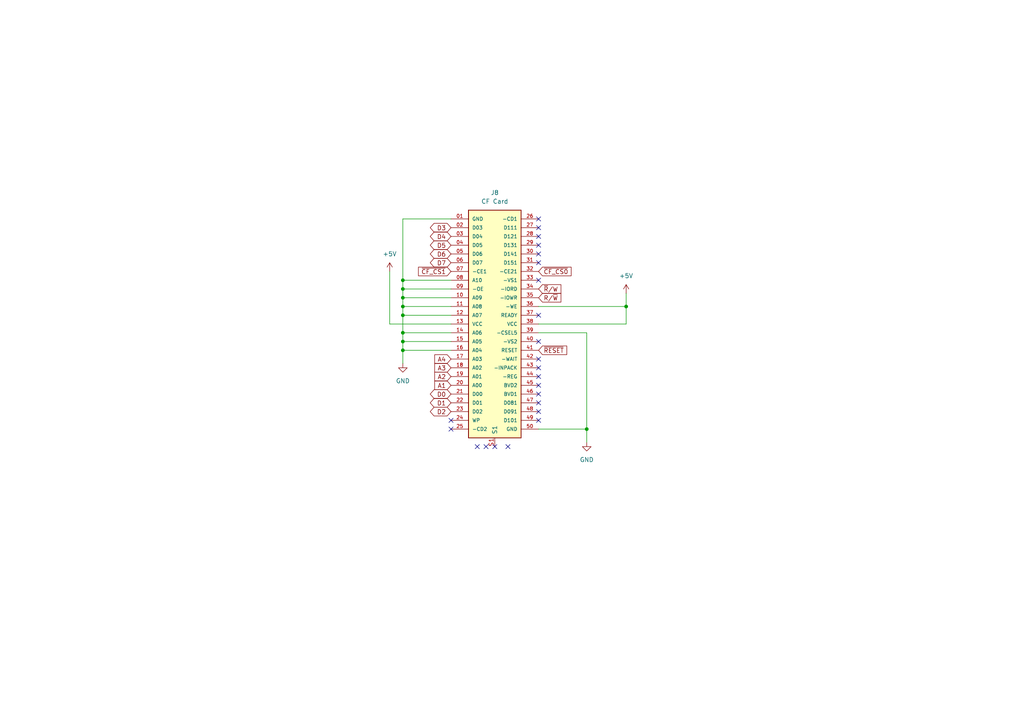
<source format=kicad_sch>
(kicad_sch (version 20250114) (generator "eeschema") (generator_version "9.0")
  (paper "A4")
  (lib_symbols
    (symbol "SAMTEC:CFT-125-01-L-D-RA-01-SL" (pin_names (offset 1.016))
      (property "Reference" "J8" (at 0 38.1 0))
      (property "Value" "CF Card" (at 0 35.56 0))
      (symbol "CFT-125-01-L-D-RA-01-SL_0_0"
        (rectangle (start -7.62 -33.02) (end 7.62 33.02) (stroke (width 0.254)) (fill (type background)))
        (pin power_in line (at -12.7 30.48 0) (length 5.08) (name "GND") (number "01"))
        (pin bidirectional line (at -12.7 27.94 0) (length 5.08) (name "D03") (number "02"))
        (pin bidirectional line (at -12.7 25.4 0) (length 5.08) (name "D04") (number "03"))
        (pin bidirectional line (at -12.7 22.86 0) (length 5.08) (name "D05") (number "04"))
        (pin bidirectional line (at -12.7 20.32 0) (length 5.08) (name "D06") (number "05"))
        (pin bidirectional line (at -12.7 17.78 0) (length 5.08) (name "D07") (number "06"))
        (pin input line (at -12.7 15.24 0) (length 5.08) (name "-CE1") (number "07"))
        (pin input line (at -12.7 12.7 0) (length 5.08) (name "A10") (number "08"))
        (pin input line (at -12.7 10.16 0) (length 5.08) (name "-OE") (number "09"))
        (pin input line (at -12.7 7.62 0) (length 5.08) (name "A09") (number "10"))
        (pin input line (at -12.7 5.08 0) (length 5.08) (name "A08") (number "11"))
        (pin input line (at -12.7 2.54 0) (length 5.08) (name "A07") (number "12"))
        (pin power_in line (at -12.7 0 0) (length 5.08) (name "VCC") (number "13"))
        (pin input line (at -12.7 -2.54 0) (length 5.08) (name "A06") (number "14"))
        (pin input line (at -12.7 -5.08 0) (length 5.08) (name "A05") (number "15"))
        (pin input line (at -12.7 -7.62 0) (length 5.08) (name "A04") (number "16"))
        (pin input line (at -12.7 -10.16 0) (length 5.08) (name "A03") (number "17"))
        (pin input line (at -12.7 -12.7 0) (length 5.08) (name "A02") (number "18"))
        (pin input line (at -12.7 -15.24 0) (length 5.08) (name "A01") (number "19"))
        (pin input line (at -12.7 -17.78 0) (length 5.08) (name "A00") (number "20"))
        (pin bidirectional line (at -12.7 -20.32 0) (length 5.08) (name "D00") (number "21"))
        (pin bidirectional line (at -12.7 -22.86 0) (length 5.08) (name "D01") (number "22"))
        (pin bidirectional line (at -12.7 -25.4 0) (length 5.08) (name "D02") (number "23"))
        (pin output line (at -12.7 -27.94 0) (length 5.08) (name "WP") (number "24"))
        (pin output line (at -12.7 -30.48 0) (length 5.08) (name "-CD2") (number "25"))
        (pin output line (at 12.7 30.48 180) (length 5.08) (name "-CD1") (number "26"))
        (pin bidirectional line (at 12.7 27.94 180) (length 5.08) (name "D111") (number "27"))
        (pin bidirectional line (at 12.7 25.4 180) (length 5.08) (name "D121") (number "28"))
        (pin bidirectional line (at 12.7 22.86 180) (length 5.08) (name "D131") (number "29"))
        (pin bidirectional line (at 12.7 20.32 180) (length 5.08) (name "D141") (number "30"))
        (pin bidirectional line (at 12.7 17.78 180) (length 5.08) (name "D151") (number "31"))
        (pin input line (at 12.7 15.24 180) (length 5.08) (name "-CE21") (number "32"))
        (pin output line (at 12.7 12.7 180) (length 5.08) (name "-VS1") (number "33"))
        (pin input line (at 12.7 10.16 180) (length 5.08) (name "-IORD") (number "34"))
        (pin input line (at 12.7 7.62 180) (length 5.08) (name "-IOWR") (number "35"))
        (pin input line (at 12.7 5.08 180) (length 5.08) (name "-WE") (number "36"))
        (pin output line (at 12.7 2.54 180) (length 5.08) (name "READY") (number "37"))
        (pin power_in line (at 12.7 0 180) (length 5.08) (name "VCC") (number "38"))
        (pin input line (at 12.7 -2.54 180) (length 5.08) (name "-CSEL5") (number "39"))
        (pin output line (at 12.7 -5.08 180) (length 5.08) (name "-VS2") (number "40"))
        (pin input line (at 12.7 -7.62 180) (length 5.08) (name "RESET") (number "41"))
        (pin output line (at 12.7 -10.16 180) (length 5.08) (name "-WAIT") (number "42"))
        (pin output line (at 12.7 -12.7 180) (length 5.08) (name "-INPACK") (number "43"))
        (pin output line (at 12.7 -15.24 180) (length 5.08) (name "-REG") (number "44"))
        (pin output line (at 12.7 -17.78 180) (length 5.08) (name "BVD2") (number "45"))
        (pin output line (at 12.7 -20.32 180) (length 5.08) (name "BVD1") (number "46"))
        (pin bidirectional line (at 12.7 -22.86 180) (length 5.08) (name "D081") (number "47"))
        (pin bidirectional line (at 12.7 -25.4 180) (length 5.08) (name "D091") (number "48"))
        (pin bidirectional line (at 12.7 -27.94 180) (length 5.08) (name "D101") (number "49"))
        (pin power_in line (at 12.7 -30.48 180) (length 5.08) (name "GND") (number "50"))
      )
      (symbol "CFT-125-01-L-D-RA-01-SL_1_1"
        (pin power_in line (at -5.08 -35.56 90) (length 2.54) (hide yes) (name "S3") (number "S3"))
        (pin power_in line (at -2.54 -35.56 90) (length 2.54) (hide yes) (name "S2") (number "S2"))
        (pin power_in line (at 0 -35.56 90) (length 2.54) (name "S1") (number "S1"))
        (pin power_in line (at 3.81 -35.56 90) (length 2.54) (hide yes) (name "S4") (number "S4"))
      )
    )
    (symbol "power:+5V" (power) (pin_numbers (hide yes)) (pin_names (offset 0) (hide yes))
      (property "Value" "+5V" (at 0 3.556 0))
      (symbol "+5V_0_1"
        (polyline (pts (xy -0.762 1.27) (xy 0 2.54)))
        (polyline (pts (xy 0 2.54) (xy 0.762 1.27)))
        (polyline (pts (xy 0 0) (xy 0 2.54)))
      )
      (symbol "+5V_1_1"
        (pin power_in line (at 0 0 90) (length 0) (name "~") (number "1"))
      )
    )
    (symbol "power:GND" (power) (pin_numbers (hide yes)) (pin_names (offset 0) (hide yes))
      (property "Value" "GND" (at 0 -3.81 0))
      (symbol "GND_0_1"
        (polyline (pts (xy 0 0) (xy 0 -1.27) (xy 1.27 -1.27) (xy 0 -2.54) (xy -1.27 -1.27) (xy 0 -1.27)))
      )
      (symbol "GND_1_1"
        (pin power_in line (at 0 0 270) (length 0) (name "~") (number "1"))
      )
    )
  )
  (junction (at 116.84 99.06))
  (junction (at 116.84 91.44))
  (junction (at 116.84 96.52))
  (junction (at 170.18 124.46))
  (junction (at 116.84 86.36))
  (junction (at 116.84 88.9))
  (junction (at 116.84 83.82))
  (junction (at 116.84 101.6))
  (junction (at 116.84 81.28))
  (junction (at 181.61 88.9))
  (no_connect (at 156.21 111.76))
  (no_connect (at 130.81 121.92))
  (no_connect (at 143.51 129.54))
  (no_connect (at 156.21 73.66))
  (no_connect (at 147.32 129.54))
  (no_connect (at 130.81 124.46))
  (no_connect (at 156.21 71.12))
  (no_connect (at 156.21 121.92))
  (no_connect (at 156.21 63.5))
  (no_connect (at 156.21 109.22))
  (no_connect (at 156.21 114.3))
  (no_connect (at 156.21 91.44))
  (no_connect (at 156.21 76.2))
  (no_connect (at 138.43 129.54))
  (no_connect (at 140.97 129.54))
  (no_connect (at 156.21 68.58))
  (no_connect (at 156.21 81.28))
  (no_connect (at 156.21 106.68))
  (no_connect (at 156.21 104.14))
  (no_connect (at 156.21 66.04))
  (no_connect (at 156.21 116.84))
  (no_connect (at 156.21 119.38))
  (no_connect (at 156.21 99.06))
  (wire (pts (xy 116.84 86.36) (xy 116.84 88.9)))
  (wire (pts (xy 130.81 81.28) (xy 116.84 81.28)))
  (wire (pts (xy 170.18 96.52) (xy 170.18 124.46)))
  (wire (pts (xy 116.84 83.82) (xy 116.84 86.36)))
  (wire (pts (xy 116.84 99.06) (xy 130.81 99.06)))
  (wire (pts (xy 130.81 93.98) (xy 113.03 93.98)))
  (wire (pts (xy 156.21 93.98) (xy 181.61 93.98)))
  (wire (pts (xy 116.84 96.52) (xy 130.81 96.52)))
  (wire (pts (xy 116.84 88.9) (xy 116.84 91.44)))
  (wire (pts (xy 116.84 83.82) (xy 130.81 83.82)))
  (wire (pts (xy 116.84 91.44) (xy 116.84 96.52)))
  (wire (pts (xy 181.61 88.9) (xy 181.61 85.09)))
  (wire (pts (xy 116.84 81.28) (xy 116.84 83.82)))
  (wire (pts (xy 116.84 99.06) (xy 116.84 101.6)))
  (wire (pts (xy 181.61 88.9) (xy 181.61 93.98)))
  (wire (pts (xy 116.84 96.52) (xy 116.84 99.06)))
  (wire (pts (xy 113.03 93.98) (xy 113.03 78.74)))
  (wire (pts (xy 156.21 124.46) (xy 170.18 124.46)))
  (wire (pts (xy 170.18 124.46) (xy 170.18 128.27)))
  (wire (pts (xy 156.21 96.52) (xy 170.18 96.52)))
  (wire (pts (xy 116.84 88.9) (xy 130.81 88.9)))
  (wire (pts (xy 156.21 88.9) (xy 181.61 88.9)))
  (wire (pts (xy 116.84 101.6) (xy 130.81 101.6)))
  (wire (pts (xy 130.81 63.5) (xy 116.84 63.5)))
  (wire (pts (xy 116.84 101.6) (xy 116.84 105.41)))
  (wire (pts (xy 116.84 91.44) (xy 130.81 91.44)))
  (wire (pts (xy 116.84 63.5) (xy 116.84 81.28)))
  (wire (pts (xy 116.84 86.36) (xy 130.81 86.36)))
  (global_label "~{R}{slash}W" (shape input) (at 156.21 83.82 0) (property "Intersheetrefs" "${INTERSHEET_REFS}" (effects (hide yes))))
  (global_label "R{slash}~{W}" (shape input) (at 156.21 86.36 0) (property "Intersheetrefs" "${INTERSHEET_REFS}" (effects (hide yes))))
  (global_label "D7" (shape tri_state) (at 130.81 76.2 180) (property "Intersheetrefs" "${INTERSHEET_REFS}" (effects (hide yes))))
  (global_label "A3" (shape input) (at 130.81 106.68 180) (property "Intersheetrefs" "${INTERSHEET_REFS}" (effects (hide yes))))
  (global_label "D1" (shape tri_state) (at 130.81 116.84 180) (property "Intersheetrefs" "${INTERSHEET_REFS}" (effects (hide yes))))
  (global_label "~{CF_CS1}" (shape input) (at 130.81 78.74 180) (property "Intersheetrefs" "${INTERSHEET_REFS}" (effects (hide yes))))
  (global_label "D6" (shape tri_state) (at 130.81 73.66 180) (property "Intersheetrefs" "${INTERSHEET_REFS}" (effects (hide yes))))
  (global_label "A1" (shape input) (at 130.81 111.76 180) (property "Intersheetrefs" "${INTERSHEET_REFS}" (effects (hide yes))))
  (global_label "~{CF_CS0}" (shape input) (at 156.21 78.74 0) (property "Intersheetrefs" "${INTERSHEET_REFS}" (effects (hide yes))))
  (global_label "A4" (shape input) (at 130.81 104.14 180) (property "Intersheetrefs" "${INTERSHEET_REFS}" (effects (hide yes))))
  (global_label "D3" (shape tri_state) (at 130.81 66.04 180) (property "Intersheetrefs" "${INTERSHEET_REFS}" (effects (hide yes))))
  (global_label "D0" (shape tri_state) (at 130.81 114.3 180) (property "Intersheetrefs" "${INTERSHEET_REFS}" (effects (hide yes))))
  (global_label "D2" (shape tri_state) (at 130.81 119.38 180) (property "Intersheetrefs" "${INTERSHEET_REFS}" (effects (hide yes))))
  (global_label "~{RESET}" (shape input) (at 156.21 101.6 0) (property "Intersheetrefs" "${INTERSHEET_REFS}" (effects (hide yes))))
  (global_label "D5" (shape tri_state) (at 130.81 71.12 180) (property "Intersheetrefs" "${INTERSHEET_REFS}" (effects (hide yes))))
  (global_label "D4" (shape tri_state) (at 130.81 68.58 180) (property "Intersheetrefs" "${INTERSHEET_REFS}" (effects (hide yes))))
  (global_label "A2" (shape input) (at 130.81 109.22 180) (property "Intersheetrefs" "${INTERSHEET_REFS}" (effects (hide yes))))
  (symbol (lib_id "power:+5V") (at 181.61 85.09 0) (unit 1)
    (property "Reference" "#PWR061" (effects (hide yes)))
    (property "Value" "+5V" (at 181.61 80.01 0))
    (property "Description" "Power symbol creates a global label with name \"+5V\"" (effects (hide yes)))
  )
  (symbol (lib_id "SAMTEC:CFT-125-01-L-D-RA-01-SL") (at 143.51 93.98 0) (unit 1)
    (property "Reference" "J8" (at 143.51 55.88 0))
    (property "Value" "CF Card" (at 143.51 58.42 0))
    (property "Footprint" "board:SAMTEC_CFT-125-01-L-D-RA-01-SL" (effects (hide yes)))
    (property "PARTREV" "A" (effects (hide yes)))
    (property "STANDARD" "Manufacturer Recommendations" (effects (hide yes)))
    (property "MAXIMUM_PACKAGE_HEIGHT" "6.35 mm" (effects (hide yes)))
    (property "MANUFACTURER" "Samtec" (effects (hide yes)))
  )
  (symbol (lib_id "power:GND") (at 170.18 128.27 0) (unit 1)
    (property "Reference" "#PWR070" (effects (hide yes)))
    (property "Value" "GND" (at 170.18 133.35 0))
    (property "Description" "Power symbol creates a global label with name \"GND\" , ground" (effects (hide yes)))
  )
  (symbol (lib_id "power:GND") (at 116.84 105.41 0) (unit 1)
    (property "Reference" "#PWR069" (effects (hide yes)))
    (property "Value" "GND" (at 116.84 110.49 0))
    (property "Description" "Power symbol creates a global label with name \"GND\" , ground" (effects (hide yes)))
  )
  (symbol (lib_id "power:+5V") (at 113.03 78.74 0) (unit 1)
    (property "Reference" "#PWR075" (effects (hide yes)))
    (property "Value" "+5V" (at 113.03 73.66 0))
    (property "Description" "Power symbol creates a global label with name \"+5V\"" (effects (hide yes)))
  )
)
</source>
